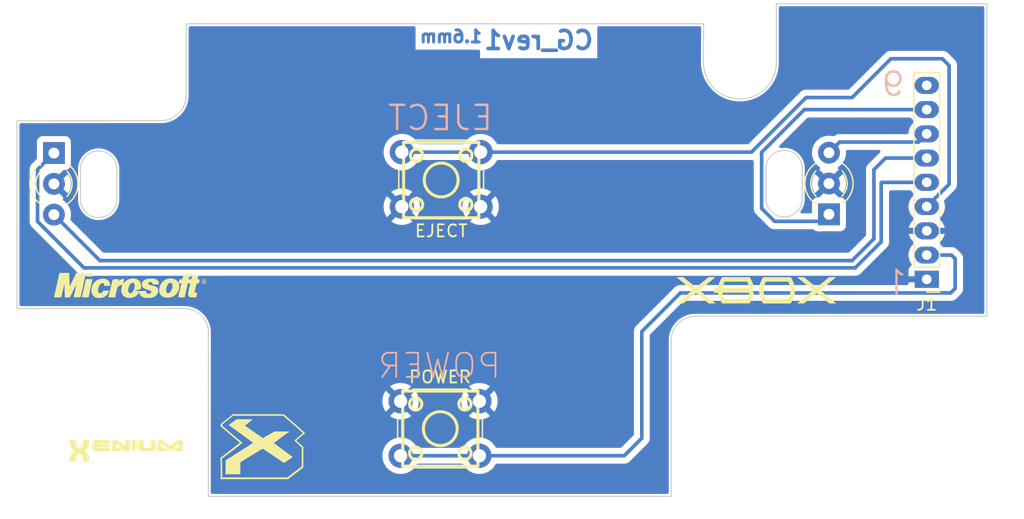
<source format=kicad_pcb>
(kicad_pcb (version 20240108) (generator "pcbnew") (generator_version "8.0")
  (layers (0 "F.Cu" signal) (31 "B.Cu" signal) (34 "B.Paste" user) (35 "F.Paste" user) (36 "B.SilkS" user "B.Silkscreen") (37 "F.SilkS" user "F.Silkscreen") (38 "B.Mask" user) (39 "F.Mask" user) (44 "Edge.Cuts" user))
  (net 0 "")
  (net 1 "Net-(D1-A1)")
  (net 2 "GND")
  (net 3 "Net-(D1-A2)")
  (net 4 "Net-(D2-A1)")
  (net 5 "Net-(J1-Pin_4)")
  (net 6 "Net-(J1-Pin_2)")
  (net 7 "Net-(D2-A2)")
  (footprint "Button_Switch_THT:SW_PUSH_6mm_H4.3mm" (layer "F.Cu") (at 147.51083 94.7 180)
    (property "Reference" "EJECT" (at 3.25 -2 0) (layer "F.SilkS"))
    (property "Value" "SW_Push-EJECT")
    (pad "1" thru_hole circle (at 0 0 270) (size 2 2) (drill 1.1) (layers "*.Cu" "*.Mask") (net 2 "GND"))
    (pad "1" thru_hole circle (at 6.5 0 270) (size 2 2) (drill 1.1) (layers "*.Cu" "*.Mask") (net 2 "GND"))
    (pad "2" thru_hole circle (at 0 4.5 270) (size 2 2) (drill 1.1) (layers "*.Cu" "*.Mask") (net 5 "Net-(J1-Pin_4)"))
    (pad "2" thru_hole circle (at 6.5 4.5 270) (size 2 2) (drill 1.1) (layers "*.Cu" "*.Mask") (net 5 "Net-(J1-Pin_4)"))
  )
  (footprint "LED_THT:LED_D3.0mm-3" (layer "F.Cu") (at 112.30883 90.279 -90)
    (property "Reference" "D1" (hide yes))
    (property "Value" "LED_Dual_AKA - LEFT")
    (pad "1" thru_hole rect (at 0 0 270) (size 1.8 1.8) (drill 0.9) (layers "*.Cu" "*.Mask") (net 1 "Net-(D1-A1)"))
    (pad "2" thru_hole circle (at 2.54 0 270) (size 1.8 1.8) (drill 0.9) (layers "*.Cu" "*.Mask") (net 2 "GND"))
    (pad "3" thru_hole circle (at 5.08 0 270) (size 1.8 1.8) (drill 0.9) (layers "*.Cu" "*.Mask") (net 3 "Net-(D1-A2)"))
  )
  (footprint "LOGO" (layer "F.Cu") (at 118.390611 114.828508)
    (property "Reference" "G***" (hide yes))
    (property "Value" "LOGO" (hide yes))
  )
  (footprint "LOGO" (layer "F.Cu") (at 170.254788 101.693806)
    (property "Reference" "G***" (hide yes))
    (property "Value" "LOGO" (hide yes))
  )
  (footprint "Connector_PinHeader_2.00mm:PinHeader_1x09_P2.00mm_Vertical" (layer "F.Cu") (at 184.31783 100.693 180)
    (property "Reference" "J1" (at 0 -2.06 0) (layer "F.SilkS"))
    (property "Value" "Conn_01x09_Pin")
    (pad "1" thru_hole rect (at 0 0 180) (size 2 1.4) (drill 0.8) (layers "*.Cu" "*.Mask") (net 2 "GND"))
    (pad "2" thru_hole oval (at 0 2 180) (size 2 1.4) (drill 0.8) (layers "*.Cu" "*.Mask") (net 6 "Net-(J1-Pin_2)"))
    (pad "3" thru_hole oval (at 0 4 180) (size 2 1.4) (drill 0.8) (layers "*.Cu" "*.Mask") (net 2 "GND"))
    (pad "4" thru_hole oval (at 0 6 180) (size 2 1.4) (drill 0.8) (layers "*.Cu" "*.Mask") (net 5 "Net-(J1-Pin_4)"))
    (pad "5" thru_hole oval (at 0 8 180) (size 2 1.4) (drill 0.8) (layers "*.Cu" "*.Mask") (net 1 "Net-(D1-A1)"))
    (pad "6" thru_hole oval (at 0 10 180) (size 2 1.4) (drill 0.8) (layers "*.Cu" "*.Mask") (net 3 "Net-(D1-A2)"))
    (pad "7" thru_hole oval (at 0 12 180) (size 2 1.4) (drill 0.8) (layers "*.Cu" "*.Mask") (net 7 "Net-(D2-A2)"))
    (pad "8" thru_hole oval (at 0 14 180) (size 2 1.4) (drill 0.8) (layers "*.Cu" "*.Mask") (net 4 "Net-(D2-A1)"))
    (pad "9" thru_hole oval (at 0 16 180) (size 2 1.4) (drill 0.8) (layers "*.Cu" "*.Mask"))
  )
  (footprint "Button_Switch_THT:SW_PUSH_6mm_H4.3mm" (layer "F.Cu") (at 140.91083 110.75)
    (property "Reference" "POWER" (at 3.25 -2 0) (layer "F.SilkS"))
    (property "Value" "SW_Push Power")
    (pad "1" thru_hole circle (at 0 0 90) (size 2 2) (drill 1.1) (layers "*.Cu" "*.Mask") (net 2 "GND"))
    (pad "1" thru_hole circle (at 6.5 0 90) (size 2 2) (drill 1.1) (layers "*.Cu" "*.Mask") (net 2 "GND"))
    (pad "2" thru_hole circle (at 0 4.5 90) (size 2 2) (drill 1.1) (layers "*.Cu" "*.Mask") (net 6 "Net-(J1-Pin_2)"))
    (pad "2" thru_hole circle (at 6.5 4.5 90) (size 2 2) (drill 1.1) (layers "*.Cu" "*.Mask") (net 6 "Net-(J1-Pin_2)"))
  )
  (footprint "LOGO" (layer "F.Cu") (at 129.55 114.5)
    (property "Reference" "G***" (hide yes))
    (property "Value" "LOGO" (hide yes))
  )
  (footprint "LED_THT:LED_D3.0mm-3" (layer "F.Cu") (at 176.25 95.33 90)
    (property "Reference" "D2" (hide yes))
    (property "Value" "LED_Dual_AKA - Right")
    (pad "1" thru_hole rect (at 0 0 90) (size 1.8 1.8) (drill 0.9) (layers "*.Cu" "*.Mask") (net 4 "Net-(D2-A1)"))
    (pad "2" thru_hole circle (at 2.54 0 90) (size 1.8 1.8) (drill 0.9) (layers "*.Cu" "*.Mask") (net 2 "GND"))
    (pad "3" thru_hole circle (at 5.08 0 90) (size 1.8 1.8) (drill 0.9) (layers "*.Cu" "*.Mask") (net 7 "Net-(D2-A2)"))
  )
  (footprint "LOGO" (layer "F.Cu") (at 118.61083 101.2)
    (property "Reference" "G***" (hide yes))
    (property "Value" "LOGO" (hide yes))
  )
  (gr_line (start 181.23427 85.3768) (end 181.51113 85.46824) (stroke (width 0.2032)) (layer "B.SilkS"))
  (gr_line (start 181.69655 85.46824) (end 181.97341 85.3768) (stroke (width 0.2032)) (layer "B.SilkS"))
  (gr_line (start 181.88197 83.62166) (end 181.60511 83.53022) (stroke (width 0.2032)) (layer "B.SilkS"))
  (gr_line (start 181.82355 99.91322) (end 181.82355 101.85124) (stroke (width 0.2032)) (layer "B.SilkS"))
  (gr_line (start 181.60511 83.53022) (end 181.51113 83.53022) (stroke (width 0.2032)) (layer "B.SilkS"))
  (gr_line (start 182.15883 84.17538) (end 182.15883 84.08394) (stroke (width 0.2032)) (layer "B.SilkS"))
  (gr_line (start 181.60511 84.7291) (end 181.88197 84.63766) (stroke (width 0.2032)) (layer "B.SilkS"))
  (gr_line (start 180.95741 84.63766) (end 181.05139 85.09994) (stroke (width 0.2032)) (layer "B.SilkS"))
  (gr_line (start 181.51113 84.7291) (end 181.60511 84.7291) (stroke (width 0.2032)) (layer "B.SilkS"))
  (gr_line (start 181.23427 84.63766) (end 181.51113 84.7291) (stroke (width 0.2032)) (layer "B.SilkS"))
  (gr_line (start 182.06739 84.45224) (end 182.15883 84.17538) (stroke (width 0.2032)) (layer "B.SilkS"))
  (gr_line (start 181.05139 83.80708) (end 180.95741 84.17538) (stroke (width 0.2032)) (layer "B.SilkS"))
  (gr_line (start 181.05139 85.09994) (end 181.23427 85.3768) (stroke (width 0.2032)) (layer "B.SilkS"))
  (gr_line (start 181.88197 84.63766) (end 182.06739 84.45224) (stroke (width 0.2032)) (layer "B.SilkS"))
  (gr_line (start 180.95741 84.17538) (end 180.95741 84.63766) (stroke (width 0.2032)) (layer "B.SilkS"))
  (gr_line (start 181.05139 84.45224) (end 181.23427 84.63766) (stroke (width 0.2032)) (layer "B.SilkS"))
  (gr_line (start 182.28583 100.28152) (end 182.10041 100.19008) (stroke (width 0.2032)) (layer "B.SilkS"))
  (gr_line (start 181.51113 85.46824) (end 181.69655 85.46824) (stroke (width 0.2032)) (layer "B.SilkS"))
  (gr_line (start 181.97341 85.3768) (end 182.06739 85.19138) (stroke (width 0.2032)) (layer "B.SilkS"))
  (gr_line (start 182.15883 84.08394) (end 182.06739 83.80708) (stroke (width 0.2032)) (layer "B.SilkS"))
  (gr_line (start 181.51113 83.53022) (end 181.23427 83.62166) (stroke (width 0.2032)) (layer "B.SilkS"))
  (gr_line (start 182.10041 100.19008) (end 181.82355 99.91322) (stroke (width 0.2032)) (layer "B.SilkS"))
  (gr_line (start 181.23427 83.62166) (end 181.05139 83.80708) (stroke (width 0.2032)) (layer "B.SilkS"))
  (gr_line (start 180.95741 84.17538) (end 181.05139 84.45224) (stroke (width 0.2032)) (layer "B.SilkS"))
  (gr_line (start 182.06739 83.80708) (end 181.88197 83.62166) (stroke (width 0.2032)) (layer "B.SilkS"))
  (gr_circle (center 142.23003 90.46696) (end 142.73803 90.46696) (stroke (width 0.254)) (fill none) (layer "F.SilkS"))
  (gr_line (start 141.08703 109.9132) (end 147.28463 109.9132) (stroke (width 0.254)) (layer "F.SilkS"))
  (gr_circle (center 144.18583 113.012) (end 145.58283 113.012) (stroke (width 0.254)) (fill none) (layer "F.SilkS"))
  (gr_line (start 141.15702 95.613223) (end 147.35716 95.613223) (stroke (width 0.254)) (layer "F.SilkS"))
  (gr_circle (center 146.29403 90.46696) (end 146.80203 90.46696) (stroke (width 0.254)) (fill none) (layer "F.SilkS"))
  (gr_line (start 147.28717 116.11334) (end 147.28717 109.9132) (stroke (width 0.254)) (layer "F.SilkS"))
  (gr_circle (center 142.15383 115.044) (end 142.66183 115.044) (stroke (width 0.254)) (fill none) (layer "F.SilkS"))
  (gr_line (start 141.16069 89.40016) (end 147.36083 89.40016) (stroke (width 0.254)) (layer "F.SilkS"))
  (gr_line (start 141.16069 89.40016) (end 141.16069 95.6003) (stroke (width 0.254)) (layer "F.SilkS"))
  (gr_circle (center 142.23003 94.53096) (end 142.73803 94.53096) (stroke (width 0.254)) (fill none) (layer "F.SilkS"))
  (gr_circle (center 144.26203 92.49896) (end 145.65903 92.49896) (stroke (width 0.254)) (fill none) (layer "F.SilkS"))
  (gr_circle (center 146.21783 110.98) (end 146.72583 110.98) (stroke (width 0.254)) (fill none) (layer "F.SilkS"))
  (gr_line (start 141.08703 109.9132) (end 141.08703 116.1108) (stroke (width 0.254)) (layer "F.SilkS"))
  (gr_circle (center 142.15383 110.98) (end 142.66183 110.98) (stroke (width 0.254)) (fill none) (layer "F.SilkS"))
  (gr_line (start 147.28463 116.1108) (end 141.08703 116.1108) (stroke (width 0.254)) (layer "F.SilkS"))
  (gr_circle (center 146.21783 115.044) (end 146.72583 115.044) (stroke (width 0.254)) (fill none) (layer "F.SilkS"))
  (gr_circle (center 146.29403 94.53096) (end 146.80203 94.53096) (stroke (width 0.254)) (fill none) (layer "F.SilkS"))
  (gr_line (start 147.36337 95.6003) (end 147.36337 89.40016) (stroke (width 0.254)) (layer "F.SilkS"))
  (gr_arc (start 171.912 82.780803) (mid 168.921445 85.809824) (end 165.892525 82.766511) (stroke (width 0.1)) (layer "Edge.Cuts"))
  (gr_line (start 125.05 118.6) (end 163.23583 118.6) (stroke (width 0.1)) (layer "Edge.Cuts"))
  (gr_line (start 123.215931 85.534558) (end 123.218933 79.611296) (stroke (width 0.1)) (layer "Edge.Cuts"))
  (gr_line (start 165.892525 82.766511) (end 165.90283 79.611) (stroke (width 0.1)) (layer "Edge.Cuts"))
  (gr_line (start 165.23583 103.741) (end 189.27083 103.741) (stroke (width 0.1)) (layer "Edge.Cuts"))
  (gr_line (start 171.912688 77.959696) (end 189.27083 77.96) (stroke (width 0.1)) (layer "Edge.Cuts"))
  (gr_line (start 163.23583 105.741) (end 163.23583 118.6) (stroke (width 0.1)) (layer "Edge.Cuts"))
  (gr_arc (start 117.5 94.1) (mid 116 95.6) (end 114.5 94.1) (stroke (width 0.1)) (layer "Edge.Cuts"))
  (gr_line (start 189.27083 77.96) (end 189.27083 103.741) (stroke (width 0.1)) (layer "Edge.Cuts"))
  (gr_arc (start 174.05 94.05) (mid 172.55 95.55) (end 171.05 94.05) (stroke (width 0.1)) (layer "Edge.Cuts"))
  (gr_line (start 123.218933 79.611296) (end 165.90283 79.611) (stroke (width 0.1)) (layer "Edge.Cuts"))
  (gr_line (start 174.05 94.05) (end 174.05 91.55) (stroke (width 0.1)) (layer "Edge.Cuts"))
  (gr_arc (start 171.05 91.55) (mid 172.55 90.05) (end 174.05 91.55) (stroke (width 0.1)) (layer "Edge.Cuts"))
  (gr_line (start 109.26083 87.612) (end 121.150098 87.603117) (stroke (width 0.1)) (layer "Edge.Cuts"))
  (gr_line (start 109.26083 103.106) (end 109.26083 87.612) (stroke (width 0.1)) (layer "Edge.Cuts"))
  (gr_line (start 125.056 105.100989) (end 125.05 118.6) (stroke (width 0.1)) (layer "Edge.Cuts"))
  (gr_line (start 114.5 94.1) (end 114.5 91.6) (stroke (width 0.1)) (layer "Edge.Cuts"))
  (gr_arc (start 163.23583 105.741) (mid 163.821616 104.326786) (end 165.23583 103.741) (stroke (width 0.1)) (layer "Edge.Cuts"))
  (gr_arc (start 123.215931 85.534558) (mid 122.608998 86.99426) (end 121.150098 87.603117) (stroke (width 0.1)) (layer "Edge.Cuts"))
  (gr_arc (start 123.05503 103.1) (mid 124.470194 103.685797) (end 125.056 105.100989) (stroke (width 0.1)) (layer "Edge.Cuts"))
  (gr_line (start 171.912 82.780803) (end 171.912688 77.959696) (stroke (width 0.1)) (layer "Edge.Cuts"))
  (gr_line (start 171.05 94.05) (end 171.05 91.55) (stroke (width 0.1)) (layer "Edge.Cuts"))
  (gr_line (start 117.5 94.1) (end 117.5 91.6) (stroke (width 0.1)) (layer "Edge.Cuts"))
  (gr_line (start 109.26083 103.106) (end 123.05503 103.1) (stroke (width 0.1)) (layer "Edge.Cuts"))
  (gr_arc (start 114.5 91.6) (mid 116 90.1) (end 117.5 91.6) (stroke (width 0.1)) (layer "Edge.Cuts"))
  (gr_text "CG_rev1" (at 156.96083 81.85 0) (layer "B.Cu") (effects (font (size 1.5 1.5) (thickness 0.3) (bold yes)) (justify left bottom mirror)))
  (gr_text "1.6mm" (at 147.75 81.25 0) (layer "B.Cu") (effects (font (size 1 1) (thickness 0.25) (bold yes)) (justify left bottom mirror)))
  (gr_text "EJECT" (at 148.66083 88.55 0) (layer "B.SilkS") (effects (font (size 2 2) (thickness 0.2) (bold yes)) (justify left bottom mirror)))
  (gr_text "POWER" (at 149.31083 109 0) (layer "B.SilkS") (effects (font (size 2 2)) (justify left bottom mirror)))
  (segment (start 110.95883 95.918189) (end 110.95883 91.629) (width 0.3) (layer "B.Cu") (net 1))
  (segment (start 178.409358 99.75) (end 114.790641 99.75) (width 0.3) (layer "B.Cu") (net 1))
  (segment (start 180.61783 92.693) (end 180.56083 92.75) (width 0.3) (layer "B.Cu") (net 1))
  (segment (start 110.95883 91.629) (end 112.30883 90.279) (width 0.3) (layer "B.Cu") (net 1))
  (segment (start 114.790641 99.75) (end 110.95883 95.918189) (width 0.3) (layer "B.Cu") (net 1))
  (segment (start 184.31783 92.693) (end 180.61783 92.693) (width 0.3) (layer "B.Cu") (net 1))
  (segment (start 180.56083 97.598528) (end 178.409358 99.75) (width 0.3) (layer "B.Cu") (net 1))
  (segment (start 180.56083 92.75) (end 180.56083 97.598528) (width 0.3) (layer "B.Cu") (net 1))
  (segment (start 179.96083 97.35) (end 178.16083 99.15) (width 0.3) (layer "B.Cu") (net 3))
  (segment (start 180.91783 90.693) (end 179.96083 91.65) (width 0.3) (layer "B.Cu") (net 3))
  (segment (start 184.31783 90.693) (end 180.91783 90.693) (width 0.3) (layer "B.Cu") (net 3))
  (segment (start 179.96083 91.65) (end 179.96083 97.35) (width 0.3) (layer "B.Cu") (net 3))
  (segment (start 178.16083 99.15) (end 116.09983 99.15) (width 0.3) (layer "B.Cu") (net 3))
  (segment (start 116.09983 99.15) (end 112.30883 95.359) (width 0.3) (layer "B.Cu") (net 3))
  (segment (start 175.671213 95.908787) (end 176.25 95.33) (width 0.3) (layer "B.Cu") (net 4))
  (segment (start 184.31783 86.693) (end 174.21783 86.693) (width 0.3) (layer "B.Cu") (net 4))
  (segment (start 175.50087 96.1) (end 176.130592 95.470278) (width 0.3) (layer "B.Cu") (net 4))
  (segment (start 175.661491 96.058787) (end 176.25 95.470278) (width 0.3) (layer "B.Cu") (net 4))
  (segment (start 170.698169 90.212661) (end 170.698169 94.848169) (width 0.3) (layer "B.Cu") (net 4))
  (segment (start 171.758787 95.908787) (end 175.671213 95.908787) (width 0.3) (layer "B.Cu") (net 4))
  (segment (start 174.21783 86.693) (end 170.698169 90.212661) (width 0.3) (layer "B.Cu") (net 4))
  (segment (start 170.698169 94.848169) (end 171.758787 95.908787) (width 0.3) (layer "B.Cu") (net 4))
  (segment (start 184.31783 94.693) (end 186.16083 92.85) (width 0.3) (layer "B.Cu") (net 5))
  (segment (start 169.862302 90.2) (end 147.51083 90.2) (width 0.3) (layer "B.Cu") (net 5))
  (segment (start 186.16083 92.85) (end 186.16083 83.05) (width 0.3) (layer "B.Cu") (net 5))
  (segment (start 178.16083 85.7) (end 174.362302 85.7) (width 0.3) (layer "B.Cu") (net 5))
  (segment (start 181.36083 82.5) (end 178.16083 85.7) (width 0.3) (layer "B.Cu") (net 5))
  (segment (start 141.01083 90.2) (end 147.51083 90.2) (width 0.3) (layer "B.Cu") (net 5))
  (segment (start 186.16083 83.05) (end 185.61083 82.5) (width 0.3) (layer "B.Cu") (net 5))
  (segment (start 174.362302 85.7) (end 169.862302 90.2) (width 0.3) (layer "B.Cu") (net 5))
  (segment (start 185.61083 82.5) (end 181.36083 82.5) (width 0.3) (layer "B.Cu") (net 5))
  (segment (start 186.66083 101.45) (end 186.29283 101.818) (width 0.3) (layer "B.Cu") (net 6))
  (segment (start 186.35383 98.693) (end 186.66083 99) (width 0.3) (layer "B.Cu") (net 6))
  (segment (start 163.99283 101.818) (end 160.81083 105) (width 0.3) (layer "B.Cu") (net 6))
  (segment (start 160.81083 113.8) (end 159.36083 115.25) (width 0.3) (layer "B.Cu") (net 6))
  (segment (start 140.91083 115.25) (end 147.41083 115.25) (width 0.3) (layer "B.Cu") (net 6))
  (segment (start 160.81083 105) (end 160.81083 113.8) (width 0.3) (layer "B.Cu") (net 6))
  (segment (start 159.36083 115.25) (end 147.41083 115.25) (width 0.3) (layer "B.Cu") (net 6))
  (segment (start 186.29283 101.818) (end 163.99283 101.818) (width 0.3) (layer "B.Cu") (net 6))
  (segment (start 186.66083 99) (end 186.66083 101.45) (width 0.3) (layer "B.Cu") (net 6))
  (segment (start 184.31783 98.693) (end 186.35383 98.693) (width 0.3) (layer "B.Cu") (net 6))
  (segment (start 184.31783 88.693) (end 183.64283 89.368) (width 0.3) (layer "B.Cu") (net 7))
  (segment (start 183.64283 89.368) (end 177.132 89.368) (width 0.3) (layer "B.Cu") (net 7))
  (segment (start 177.132 89.368) (end 176.25 90.25) (width 0.3) (layer "B.Cu") (net 7))
  (zone (net 2) (net_name "GND") (layer "B.Cu") (connect_pads (clearance 0.5)) (min_thickness 0.25) (fill yes (thermal_gap 0.5) (thermal_bridge_width 0.5))
    (polygon (pts (xy 107.86083 77.75) (xy 192.36083 77.65) (xy 192.36083 120.2) (xy 108.36083 120.45)))
  )
)
</source>
